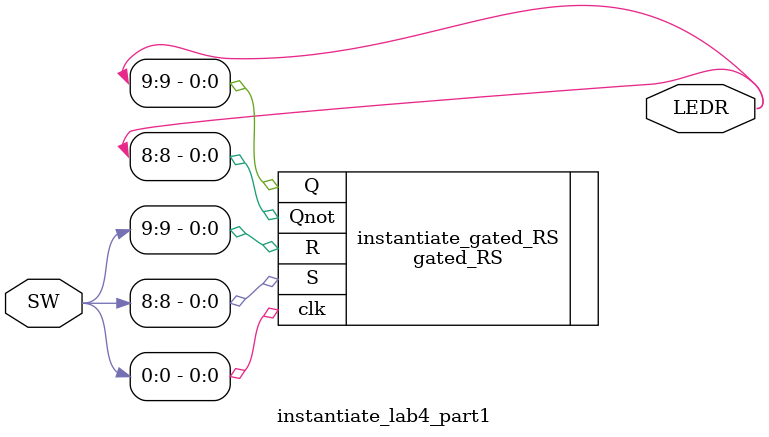
<source format=v>
module instantiate_lab4_part1(SW,LEDR);

	input[9:0] SW ;
	output [9:0] LEDR;

	gated_RS instantiate_gated_RS (
		.clk(SW[0]), // We manually set the clock by literal hand, at whatever 
	                // clock rate our fingers flick the switch at.
		.R(SW[9]), 
		.S(SW[8]), 
		.Q(LEDR[9]), 
		.Qnot(LEDR[8])
	);

endmodule
</source>
